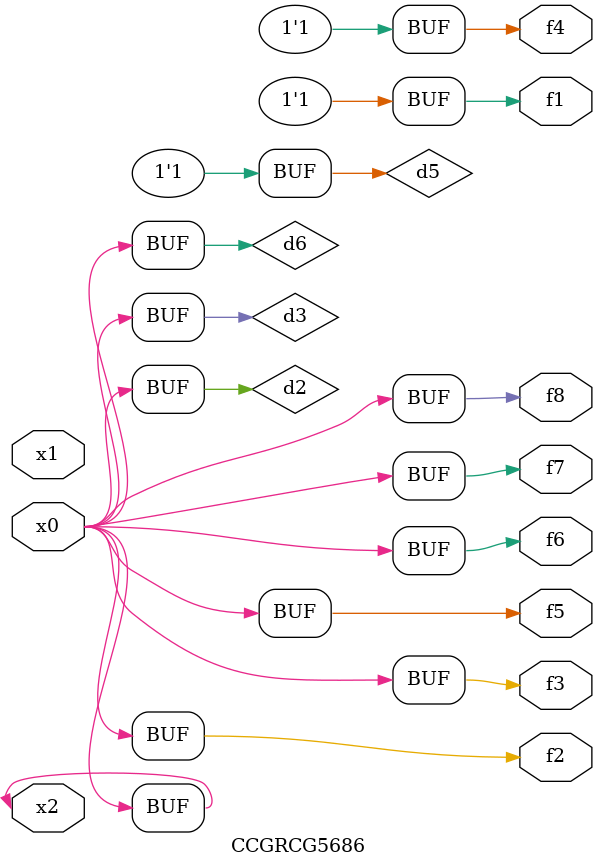
<source format=v>
module CCGRCG5686(
	input x0, x1, x2,
	output f1, f2, f3, f4, f5, f6, f7, f8
);

	wire d1, d2, d3, d4, d5, d6;

	xnor (d1, x2);
	buf (d2, x0, x2);
	and (d3, x0);
	xnor (d4, x1, x2);
	nand (d5, d1, d3);
	buf (d6, d2, d3);
	assign f1 = d5;
	assign f2 = d6;
	assign f3 = d6;
	assign f4 = d5;
	assign f5 = d6;
	assign f6 = d6;
	assign f7 = d6;
	assign f8 = d6;
endmodule

</source>
